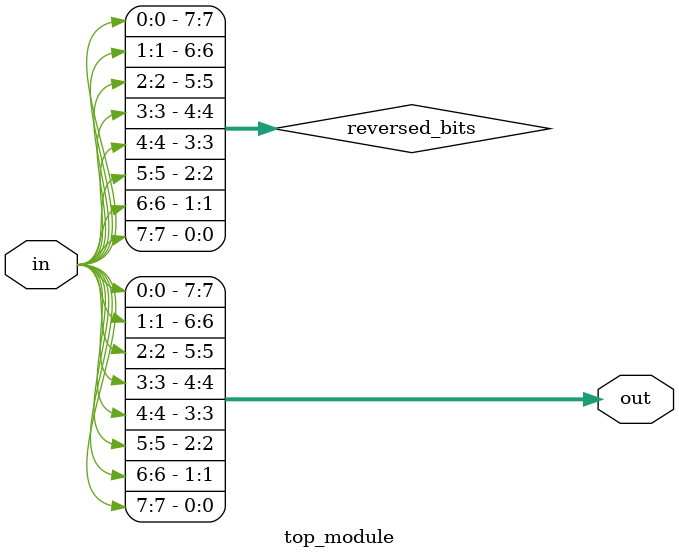
<source format=sv>
module top_module (
  input [7:0] in,
  output [7:0] out
);

  // Create a temporary variable to hold the reversed bits
  wire [7:0] reversed_bits;

  // Reverse the bit ordering using a for loop
  genvar i;
  generate
    for (i = 0; i < 8; i = i + 1) begin
      assign reversed_bits[i] = in[7 - i];
    end
  endgenerate

  // Assign the reversed bits to the output port
  assign out = reversed_bits;

endmodule

</source>
